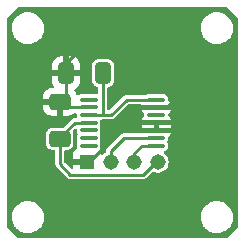
<source format=gbr>
%TF.GenerationSoftware,KiCad,Pcbnew,6.0.11-3.fc37*%
%TF.CreationDate,2023-04-24T22:35:32+02:00*%
%TF.ProjectId,crac_as5047,63726163-5f61-4733-9530-34372e6b6963,rev?*%
%TF.SameCoordinates,Original*%
%TF.FileFunction,Copper,L2,Bot*%
%TF.FilePolarity,Positive*%
%FSLAX46Y46*%
G04 Gerber Fmt 4.6, Leading zero omitted, Abs format (unit mm)*
G04 Created by KiCad (PCBNEW 6.0.11-3.fc37) date 2023-04-24 22:35:32*
%MOMM*%
%LPD*%
G01*
G04 APERTURE LIST*
G04 Aperture macros list*
%AMRoundRect*
0 Rectangle with rounded corners*
0 $1 Rounding radius*
0 $2 $3 $4 $5 $6 $7 $8 $9 X,Y pos of 4 corners*
0 Add a 4 corners polygon primitive as box body*
4,1,4,$2,$3,$4,$5,$6,$7,$8,$9,$2,$3,0*
0 Add four circle primitives for the rounded corners*
1,1,$1+$1,$2,$3*
1,1,$1+$1,$4,$5*
1,1,$1+$1,$6,$7*
1,1,$1+$1,$8,$9*
0 Add four rect primitives between the rounded corners*
20,1,$1+$1,$2,$3,$4,$5,0*
20,1,$1+$1,$4,$5,$6,$7,0*
20,1,$1+$1,$6,$7,$8,$9,0*
20,1,$1+$1,$8,$9,$2,$3,0*%
G04 Aperture macros list end*
%TA.AperFunction,ComponentPad*%
%ADD10C,1.308000*%
%TD*%
%TA.AperFunction,ComponentPad*%
%ADD11R,1.308000X1.308000*%
%TD*%
%TA.AperFunction,SMDPad,CuDef*%
%ADD12RoundRect,0.100000X0.637500X0.100000X-0.637500X0.100000X-0.637500X-0.100000X0.637500X-0.100000X0*%
%TD*%
%TA.AperFunction,SMDPad,CuDef*%
%ADD13RoundRect,0.250000X0.412500X0.650000X-0.412500X0.650000X-0.412500X-0.650000X0.412500X-0.650000X0*%
%TD*%
%TA.AperFunction,SMDPad,CuDef*%
%ADD14RoundRect,0.250000X0.650000X-0.412500X0.650000X0.412500X-0.650000X0.412500X-0.650000X-0.412500X0*%
%TD*%
%TA.AperFunction,Conductor*%
%ADD15C,0.250000*%
%TD*%
G04 APERTURE END LIST*
D10*
%TO.P,J1,4,NOIR*%
%TO.N,+5V*%
X153000000Y-93337500D03*
%TO.P,J1,3,ROUGE*%
%TO.N,/A*%
X151000000Y-93337500D03*
%TO.P,J1,2,BLANC*%
%TO.N,/B*%
X149000000Y-93337500D03*
D11*
%TO.P,J1,1,JAUNE*%
%TO.N,GND*%
X147000000Y-93337500D03*
%TD*%
D12*
%TO.P,U1,1,~{CS}*%
%TO.N,+3.3V*%
X152862500Y-88050000D03*
%TO.P,U1,2,CLK*%
%TO.N,GND*%
X152862500Y-88700000D03*
%TO.P,U1,3,MISO*%
%TO.N,unconnected-(U1-Pad3)*%
X152862500Y-89350000D03*
%TO.P,U1,4,MOSI*%
%TO.N,GND*%
X152862500Y-90000000D03*
%TO.P,U1,5,TST*%
X152862500Y-90650000D03*
%TO.P,U1,6,B*%
%TO.N,/B*%
X152862500Y-91300000D03*
%TO.P,U1,7,A*%
%TO.N,/A*%
X152862500Y-91950000D03*
%TO.P,U1,8,W/PWM*%
%TO.N,unconnected-(U1-Pad8)*%
X147137500Y-91950000D03*
%TO.P,U1,9,V*%
%TO.N,unconnected-(U1-Pad9)*%
X147137500Y-91300000D03*
%TO.P,U1,10,U*%
%TO.N,unconnected-(U1-Pad10)*%
X147137500Y-90650000D03*
%TO.P,U1,11,VDD*%
%TO.N,+5V*%
X147137500Y-90000000D03*
%TO.P,U1,12,VDD3V3*%
%TO.N,+3.3V*%
X147137500Y-89350000D03*
%TO.P,U1,13,GND*%
%TO.N,GND*%
X147137500Y-88700000D03*
%TO.P,U1,14,I/PWM*%
%TO.N,unconnected-(U1-Pad14)*%
X147137500Y-88050000D03*
%TD*%
D13*
%TO.P,C2,1*%
%TO.N,+3.3V*%
X148362500Y-85800000D03*
%TO.P,C2,2*%
%TO.N,GND*%
X145237500Y-85800000D03*
%TD*%
D14*
%TO.P,C1,1*%
%TO.N,+5V*%
X144700000Y-91362500D03*
%TO.P,C1,2*%
%TO.N,GND*%
X144700000Y-88237500D03*
%TD*%
D15*
%TO.N,GND*%
X145237500Y-85800000D02*
X145237500Y-84962500D01*
X145237500Y-84962500D02*
X146000000Y-84200000D01*
X146000000Y-84200000D02*
X151600000Y-84200000D01*
X153800000Y-88700000D02*
X152862500Y-88700000D01*
X151600000Y-84200000D02*
X154300000Y-86900000D01*
X154300000Y-86900000D02*
X154300000Y-88200000D01*
X154300000Y-88200000D02*
X153800000Y-88700000D01*
%TO.N,+5V*%
X153000000Y-93137500D02*
X151737500Y-94400000D01*
X151737500Y-94400000D02*
X145600000Y-94400000D01*
X145600000Y-94400000D02*
X144700000Y-93500000D01*
X144700000Y-93500000D02*
X144700000Y-91262500D01*
%TO.N,GND*%
X145237500Y-85800000D02*
X145237500Y-87600000D01*
X145237500Y-87600000D02*
X144700000Y-88137500D01*
%TO.N,+3.3V*%
X147137500Y-89350000D02*
X148350000Y-89350000D01*
X148350000Y-85812500D02*
X148350000Y-89350000D01*
X148350000Y-89350000D02*
X148450000Y-89350000D01*
X148362500Y-85800000D02*
X148350000Y-85812500D01*
X148450000Y-89350000D02*
X149050000Y-89350000D01*
%TO.N,GND*%
X147137500Y-88700000D02*
X145262500Y-88700000D01*
X145262500Y-88700000D02*
X144700000Y-88137500D01*
%TO.N,+5V*%
X147137500Y-90000000D02*
X145962500Y-90000000D01*
X145962500Y-90000000D02*
X144700000Y-91262500D01*
%TO.N,GND*%
X152862500Y-90650000D02*
X151150000Y-90650000D01*
X151700000Y-88700000D02*
X151150000Y-89250000D01*
X151150000Y-90650000D02*
X149846751Y-90650000D01*
X152862500Y-88700000D02*
X151700000Y-88700000D01*
X151150000Y-89250000D02*
X151150000Y-90650000D01*
X149846751Y-90650000D02*
X147359251Y-93137500D01*
X147359251Y-93137500D02*
X147000000Y-93137500D01*
%TO.N,/B*%
X152862500Y-91300000D02*
X150100000Y-91300000D01*
X150100000Y-91300000D02*
X149000000Y-92400000D01*
X149000000Y-92400000D02*
X149000000Y-93137500D01*
%TO.N,GND*%
X152862500Y-90650000D02*
X152862500Y-90000000D01*
%TO.N,+3.3V*%
X149050000Y-89350000D02*
X150350000Y-88050000D01*
X150350000Y-88050000D02*
X152862500Y-88050000D01*
%TO.N,/A*%
X151000000Y-93137500D02*
X151000000Y-92600000D01*
X151000000Y-92600000D02*
X151650000Y-91950000D01*
X151650000Y-91950000D02*
X152862500Y-91950000D01*
%TD*%
%TA.AperFunction,Conductor*%
%TO.N,GND*%
G36*
X158910512Y-80274502D02*
G01*
X158931486Y-80291404D01*
X159708595Y-81068512D01*
X159742620Y-81130825D01*
X159745500Y-81157608D01*
X159745500Y-98842392D01*
X159725498Y-98910513D01*
X159708595Y-98931488D01*
X158931486Y-99708596D01*
X158869174Y-99742621D01*
X158842391Y-99745500D01*
X141157608Y-99745500D01*
X141089487Y-99725498D01*
X141068512Y-99708595D01*
X140291404Y-98931486D01*
X140257379Y-98869174D01*
X140254500Y-98842391D01*
X140254500Y-97935964D01*
X140642112Y-97935964D01*
X140642312Y-97941292D01*
X140642312Y-97941294D01*
X140644464Y-97998599D01*
X140643705Y-97998628D01*
X140644034Y-98000016D01*
X140644340Y-97999989D01*
X140644374Y-98000377D01*
X140644465Y-98001838D01*
X140644523Y-98002085D01*
X140644648Y-98003507D01*
X140650736Y-98165669D01*
X140651831Y-98170888D01*
X140664628Y-98231879D01*
X140663861Y-98232040D01*
X140664841Y-98234316D01*
X140664937Y-98235408D01*
X140666361Y-98240722D01*
X140666464Y-98241307D01*
X140667635Y-98246210D01*
X140697939Y-98390637D01*
X140723365Y-98455021D01*
X140723975Y-98456566D01*
X140724724Y-98458541D01*
X140726097Y-98463663D01*
X140728422Y-98468649D01*
X140728423Y-98468651D01*
X140728947Y-98469775D01*
X140731934Y-98476717D01*
X140782372Y-98604436D01*
X140819273Y-98665246D01*
X140820811Y-98668126D01*
X140820890Y-98668080D01*
X140823639Y-98672841D01*
X140825965Y-98677829D01*
X140829122Y-98682337D01*
X140829124Y-98682341D01*
X140830674Y-98684555D01*
X140835181Y-98691462D01*
X140850279Y-98716342D01*
X140901621Y-98800952D01*
X140905116Y-98804979D01*
X140905117Y-98804981D01*
X140951993Y-98859000D01*
X140955555Y-98863563D01*
X140958346Y-98866888D01*
X140961505Y-98871401D01*
X140967791Y-98877687D01*
X140973861Y-98884201D01*
X140996694Y-98910513D01*
X141052276Y-98974566D01*
X141056407Y-98977953D01*
X141116309Y-99027070D01*
X141123574Y-99033652D01*
X141124706Y-99034602D01*
X141128599Y-99038495D01*
X141133103Y-99041649D01*
X141133108Y-99041653D01*
X141135936Y-99043633D01*
X141143554Y-99049410D01*
X141225901Y-99116931D01*
X141225907Y-99116935D01*
X141230029Y-99120315D01*
X141234668Y-99122955D01*
X141234667Y-99122955D01*
X141307355Y-99164331D01*
X141317296Y-99170622D01*
X141317660Y-99170877D01*
X141317667Y-99170881D01*
X141322171Y-99174035D01*
X141327155Y-99176359D01*
X141327160Y-99176362D01*
X141329875Y-99177628D01*
X141338952Y-99182318D01*
X141365945Y-99197683D01*
X141429798Y-99234030D01*
X141519498Y-99266590D01*
X141529753Y-99270833D01*
X141531348Y-99271577D01*
X141531350Y-99271578D01*
X141536337Y-99273903D01*
X141541653Y-99275327D01*
X141541655Y-99275328D01*
X141542719Y-99275613D01*
X141543702Y-99275876D01*
X141554081Y-99279143D01*
X141645871Y-99312461D01*
X141746443Y-99330648D01*
X141756616Y-99332926D01*
X141764592Y-99335063D01*
X141770990Y-99335623D01*
X141782412Y-99337152D01*
X141872069Y-99353364D01*
X141876208Y-99353559D01*
X141876215Y-99353560D01*
X141894670Y-99354430D01*
X141894677Y-99354430D01*
X141896158Y-99354500D01*
X142057712Y-99354500D01*
X142137444Y-99347735D01*
X142223733Y-99340413D01*
X142223737Y-99340412D01*
X142229044Y-99339962D01*
X142234199Y-99338624D01*
X142234205Y-99338623D01*
X142446368Y-99283556D01*
X142446367Y-99283556D01*
X142451539Y-99282214D01*
X142598412Y-99216052D01*
X142656262Y-99189993D01*
X142656265Y-99189992D01*
X142661123Y-99187803D01*
X142851803Y-99059430D01*
X142878826Y-99033652D01*
X143014271Y-98904443D01*
X143018128Y-98900764D01*
X143155342Y-98716342D01*
X143171504Y-98684555D01*
X143257102Y-98516194D01*
X143257102Y-98516193D01*
X143259520Y-98511438D01*
X143327685Y-98291911D01*
X143357888Y-98064036D01*
X143355536Y-98001401D01*
X143356295Y-98001372D01*
X143355966Y-97999984D01*
X143355660Y-98000011D01*
X143355626Y-97999623D01*
X143355535Y-97998162D01*
X143355477Y-97997915D01*
X143355352Y-97996493D01*
X143353080Y-97935964D01*
X156642112Y-97935964D01*
X156642312Y-97941292D01*
X156642312Y-97941294D01*
X156644464Y-97998599D01*
X156643705Y-97998628D01*
X156644034Y-98000016D01*
X156644340Y-97999989D01*
X156644374Y-98000377D01*
X156644465Y-98001838D01*
X156644523Y-98002085D01*
X156644648Y-98003507D01*
X156650736Y-98165669D01*
X156651831Y-98170888D01*
X156664628Y-98231879D01*
X156663861Y-98232040D01*
X156664841Y-98234316D01*
X156664937Y-98235408D01*
X156666361Y-98240722D01*
X156666464Y-98241307D01*
X156667635Y-98246210D01*
X156697939Y-98390637D01*
X156723365Y-98455021D01*
X156723975Y-98456566D01*
X156724724Y-98458541D01*
X156726097Y-98463663D01*
X156728422Y-98468649D01*
X156728423Y-98468651D01*
X156728947Y-98469775D01*
X156731934Y-98476717D01*
X156782372Y-98604436D01*
X156819273Y-98665246D01*
X156820811Y-98668126D01*
X156820890Y-98668080D01*
X156823639Y-98672841D01*
X156825965Y-98677829D01*
X156829122Y-98682337D01*
X156829124Y-98682341D01*
X156830674Y-98684555D01*
X156835181Y-98691462D01*
X156850279Y-98716342D01*
X156901621Y-98800952D01*
X156905116Y-98804979D01*
X156905117Y-98804981D01*
X156951993Y-98859000D01*
X156955555Y-98863563D01*
X156958346Y-98866888D01*
X156961505Y-98871401D01*
X156967791Y-98877687D01*
X156973861Y-98884201D01*
X156996694Y-98910513D01*
X157052276Y-98974566D01*
X157056407Y-98977953D01*
X157116309Y-99027070D01*
X157123574Y-99033652D01*
X157124706Y-99034602D01*
X157128599Y-99038495D01*
X157133103Y-99041649D01*
X157133108Y-99041653D01*
X157135936Y-99043633D01*
X157143554Y-99049410D01*
X157225901Y-99116931D01*
X157225907Y-99116935D01*
X157230029Y-99120315D01*
X157234668Y-99122955D01*
X157234667Y-99122955D01*
X157307355Y-99164331D01*
X157317296Y-99170622D01*
X157317660Y-99170877D01*
X157317667Y-99170881D01*
X157322171Y-99174035D01*
X157327155Y-99176359D01*
X157327160Y-99176362D01*
X157329875Y-99177628D01*
X157338952Y-99182318D01*
X157365945Y-99197683D01*
X157429798Y-99234030D01*
X157519498Y-99266590D01*
X157529753Y-99270833D01*
X157531348Y-99271577D01*
X157531350Y-99271578D01*
X157536337Y-99273903D01*
X157541653Y-99275327D01*
X157541655Y-99275328D01*
X157542719Y-99275613D01*
X157543702Y-99275876D01*
X157554081Y-99279143D01*
X157645871Y-99312461D01*
X157746443Y-99330648D01*
X157756616Y-99332926D01*
X157764592Y-99335063D01*
X157770990Y-99335623D01*
X157782412Y-99337152D01*
X157872069Y-99353364D01*
X157876208Y-99353559D01*
X157876215Y-99353560D01*
X157894670Y-99354430D01*
X157894677Y-99354430D01*
X157896158Y-99354500D01*
X158057712Y-99354500D01*
X158137444Y-99347735D01*
X158223733Y-99340413D01*
X158223737Y-99340412D01*
X158229044Y-99339962D01*
X158234199Y-99338624D01*
X158234205Y-99338623D01*
X158446368Y-99283556D01*
X158446367Y-99283556D01*
X158451539Y-99282214D01*
X158598412Y-99216052D01*
X158656262Y-99189993D01*
X158656265Y-99189992D01*
X158661123Y-99187803D01*
X158851803Y-99059430D01*
X158878826Y-99033652D01*
X159014271Y-98904443D01*
X159018128Y-98900764D01*
X159155342Y-98716342D01*
X159171504Y-98684555D01*
X159257102Y-98516194D01*
X159257102Y-98516193D01*
X159259520Y-98511438D01*
X159327685Y-98291911D01*
X159357888Y-98064036D01*
X159355536Y-98001401D01*
X159356295Y-98001372D01*
X159355966Y-97999984D01*
X159355660Y-98000011D01*
X159355626Y-97999623D01*
X159355535Y-97998162D01*
X159355477Y-97997915D01*
X159355352Y-97996493D01*
X159349264Y-97834331D01*
X159335372Y-97768121D01*
X159336139Y-97767960D01*
X159335159Y-97765684D01*
X159335063Y-97764592D01*
X159333639Y-97759278D01*
X159333536Y-97758693D01*
X159332362Y-97753778D01*
X159323886Y-97713378D01*
X159302061Y-97609363D01*
X159276025Y-97543434D01*
X159275276Y-97541459D01*
X159273903Y-97536337D01*
X159271053Y-97530225D01*
X159268066Y-97523283D01*
X159217628Y-97395564D01*
X159180727Y-97334754D01*
X159179189Y-97331874D01*
X159179110Y-97331920D01*
X159176361Y-97327159D01*
X159174035Y-97322171D01*
X159170876Y-97317659D01*
X159169326Y-97315445D01*
X159164819Y-97308538D01*
X159101147Y-97203609D01*
X159101145Y-97203606D01*
X159098379Y-97199048D01*
X159048007Y-97141000D01*
X159044445Y-97136437D01*
X159041652Y-97133108D01*
X159038495Y-97128599D01*
X159034604Y-97124708D01*
X159034599Y-97124702D01*
X159032209Y-97122313D01*
X159026139Y-97115799D01*
X158951224Y-97029467D01*
X158951222Y-97029465D01*
X158947724Y-97025434D01*
X158883692Y-96972930D01*
X158876426Y-96966348D01*
X158875294Y-96965398D01*
X158871401Y-96961505D01*
X158866897Y-96958351D01*
X158866892Y-96958347D01*
X158864064Y-96956367D01*
X158856446Y-96950590D01*
X158774099Y-96883069D01*
X158774093Y-96883065D01*
X158769971Y-96879685D01*
X158692645Y-96835669D01*
X158682704Y-96829378D01*
X158682340Y-96829123D01*
X158682333Y-96829119D01*
X158677829Y-96825965D01*
X158672845Y-96823641D01*
X158672840Y-96823638D01*
X158670125Y-96822372D01*
X158661048Y-96817682D01*
X158616939Y-96792574D01*
X158570202Y-96765970D01*
X158480502Y-96733410D01*
X158470247Y-96729167D01*
X158468652Y-96728423D01*
X158468650Y-96728422D01*
X158463663Y-96726097D01*
X158458347Y-96724673D01*
X158458345Y-96724672D01*
X158457281Y-96724387D01*
X158456298Y-96724124D01*
X158445919Y-96720857D01*
X158354129Y-96687539D01*
X158253557Y-96669352D01*
X158243384Y-96667074D01*
X158235408Y-96664937D01*
X158229010Y-96664377D01*
X158217588Y-96662848D01*
X158127931Y-96646636D01*
X158123792Y-96646441D01*
X158123785Y-96646440D01*
X158105330Y-96645570D01*
X158105323Y-96645570D01*
X158103842Y-96645500D01*
X157942288Y-96645500D01*
X157862556Y-96652265D01*
X157776267Y-96659587D01*
X157776263Y-96659588D01*
X157770956Y-96660038D01*
X157765801Y-96661376D01*
X157765795Y-96661377D01*
X157593058Y-96706211D01*
X157548461Y-96717786D01*
X157441497Y-96765970D01*
X157343738Y-96810007D01*
X157343735Y-96810008D01*
X157338877Y-96812197D01*
X157148197Y-96940570D01*
X157144340Y-96944249D01*
X157144338Y-96944251D01*
X157118404Y-96968991D01*
X156981872Y-97099236D01*
X156844658Y-97283658D01*
X156842242Y-97288409D01*
X156842240Y-97288413D01*
X156742898Y-97483806D01*
X156740480Y-97488562D01*
X156672315Y-97708089D01*
X156642112Y-97935964D01*
X143353080Y-97935964D01*
X143349264Y-97834331D01*
X143335372Y-97768121D01*
X143336139Y-97767960D01*
X143335159Y-97765684D01*
X143335063Y-97764592D01*
X143333639Y-97759278D01*
X143333536Y-97758693D01*
X143332362Y-97753778D01*
X143323886Y-97713378D01*
X143302061Y-97609363D01*
X143276025Y-97543434D01*
X143275276Y-97541459D01*
X143273903Y-97536337D01*
X143271053Y-97530225D01*
X143268066Y-97523283D01*
X143217628Y-97395564D01*
X143180727Y-97334754D01*
X143179189Y-97331874D01*
X143179110Y-97331920D01*
X143176361Y-97327159D01*
X143174035Y-97322171D01*
X143170876Y-97317659D01*
X143169326Y-97315445D01*
X143164819Y-97308538D01*
X143101147Y-97203609D01*
X143101145Y-97203606D01*
X143098379Y-97199048D01*
X143048007Y-97141000D01*
X143044445Y-97136437D01*
X143041652Y-97133108D01*
X143038495Y-97128599D01*
X143034604Y-97124708D01*
X143034599Y-97124702D01*
X143032209Y-97122313D01*
X143026139Y-97115799D01*
X142951224Y-97029467D01*
X142951222Y-97029465D01*
X142947724Y-97025434D01*
X142883692Y-96972930D01*
X142876426Y-96966348D01*
X142875294Y-96965398D01*
X142871401Y-96961505D01*
X142866897Y-96958351D01*
X142866892Y-96958347D01*
X142864064Y-96956367D01*
X142856446Y-96950590D01*
X142774099Y-96883069D01*
X142774093Y-96883065D01*
X142769971Y-96879685D01*
X142692645Y-96835669D01*
X142682704Y-96829378D01*
X142682340Y-96829123D01*
X142682333Y-96829119D01*
X142677829Y-96825965D01*
X142672845Y-96823641D01*
X142672840Y-96823638D01*
X142670125Y-96822372D01*
X142661048Y-96817682D01*
X142616939Y-96792574D01*
X142570202Y-96765970D01*
X142480502Y-96733410D01*
X142470247Y-96729167D01*
X142468652Y-96728423D01*
X142468650Y-96728422D01*
X142463663Y-96726097D01*
X142458347Y-96724673D01*
X142458345Y-96724672D01*
X142457281Y-96724387D01*
X142456298Y-96724124D01*
X142445919Y-96720857D01*
X142354129Y-96687539D01*
X142253557Y-96669352D01*
X142243384Y-96667074D01*
X142235408Y-96664937D01*
X142229010Y-96664377D01*
X142217588Y-96662848D01*
X142127931Y-96646636D01*
X142123792Y-96646441D01*
X142123785Y-96646440D01*
X142105330Y-96645570D01*
X142105323Y-96645570D01*
X142103842Y-96645500D01*
X141942288Y-96645500D01*
X141862556Y-96652265D01*
X141776267Y-96659587D01*
X141776263Y-96659588D01*
X141770956Y-96660038D01*
X141765801Y-96661376D01*
X141765795Y-96661377D01*
X141593058Y-96706211D01*
X141548461Y-96717786D01*
X141441497Y-96765970D01*
X141343738Y-96810007D01*
X141343735Y-96810008D01*
X141338877Y-96812197D01*
X141148197Y-96940570D01*
X141144340Y-96944249D01*
X141144338Y-96944251D01*
X141118404Y-96968991D01*
X140981872Y-97099236D01*
X140844658Y-97283658D01*
X140842242Y-97288409D01*
X140842240Y-97288413D01*
X140742898Y-97483806D01*
X140740480Y-97488562D01*
X140672315Y-97708089D01*
X140642112Y-97935964D01*
X140254500Y-97935964D01*
X140254500Y-88697095D01*
X143292001Y-88697095D01*
X143292338Y-88703614D01*
X143302257Y-88799206D01*
X143305149Y-88812600D01*
X143356588Y-88966784D01*
X143362761Y-88979962D01*
X143448063Y-89117807D01*
X143457099Y-89129208D01*
X143571829Y-89243739D01*
X143583240Y-89252751D01*
X143721243Y-89337816D01*
X143734424Y-89343963D01*
X143888710Y-89395138D01*
X143902086Y-89398005D01*
X143996438Y-89407672D01*
X144002854Y-89408000D01*
X144427885Y-89408000D01*
X144443124Y-89403525D01*
X144444329Y-89402135D01*
X144446000Y-89394452D01*
X144446000Y-88509615D01*
X144441525Y-88494376D01*
X144440135Y-88493171D01*
X144432452Y-88491500D01*
X143310116Y-88491500D01*
X143294877Y-88495975D01*
X143293672Y-88497365D01*
X143292001Y-88505048D01*
X143292001Y-88697095D01*
X140254500Y-88697095D01*
X140254500Y-87965385D01*
X143292000Y-87965385D01*
X143296475Y-87980624D01*
X143297865Y-87981829D01*
X143305548Y-87983500D01*
X144828000Y-87983500D01*
X144896121Y-88003502D01*
X144942614Y-88057158D01*
X144954000Y-88109500D01*
X144954000Y-89389884D01*
X144958475Y-89405123D01*
X144959865Y-89406328D01*
X144967548Y-89407999D01*
X145397095Y-89407999D01*
X145403614Y-89407662D01*
X145499206Y-89397743D01*
X145512600Y-89394851D01*
X145666784Y-89343412D01*
X145679962Y-89337239D01*
X145817807Y-89251937D01*
X145829209Y-89242901D01*
X145865728Y-89206318D01*
X145928011Y-89172240D01*
X145998831Y-89177243D01*
X146054861Y-89218631D01*
X146061346Y-89227082D01*
X146072917Y-89238653D01*
X146096205Y-89256523D01*
X146138072Y-89313862D01*
X146145500Y-89356485D01*
X146145500Y-89483602D01*
X146145836Y-89485883D01*
X146130988Y-89554698D01*
X146080871Y-89604985D01*
X146020298Y-89620500D01*
X146016425Y-89620500D01*
X145992467Y-89617950D01*
X145990808Y-89617872D01*
X145980624Y-89615679D01*
X145970282Y-89616903D01*
X145970279Y-89616903D01*
X145947279Y-89619626D01*
X145941348Y-89619976D01*
X145941356Y-89620072D01*
X145936180Y-89620500D01*
X145930976Y-89620500D01*
X145911912Y-89623673D01*
X145906066Y-89624504D01*
X145894617Y-89625859D01*
X145855159Y-89630530D01*
X145846907Y-89634493D01*
X145837874Y-89635996D01*
X145828705Y-89640943D01*
X145828703Y-89640944D01*
X145792768Y-89660334D01*
X145787476Y-89663031D01*
X145741268Y-89685219D01*
X145736993Y-89688813D01*
X145735068Y-89690738D01*
X145733138Y-89692509D01*
X145733053Y-89692555D01*
X145732941Y-89692432D01*
X145732406Y-89692904D01*
X145726686Y-89695990D01*
X145719619Y-89703635D01*
X145690084Y-89735586D01*
X145686654Y-89739152D01*
X145017211Y-90408595D01*
X144954899Y-90442621D01*
X144928116Y-90445500D01*
X144002244Y-90445500D01*
X143998848Y-90445869D01*
X143998847Y-90445869D01*
X143948403Y-90451349D01*
X143948402Y-90451349D01*
X143940552Y-90452202D01*
X143933159Y-90454974D01*
X143933157Y-90454974D01*
X143929332Y-90456408D01*
X143805236Y-90502929D01*
X143798057Y-90508309D01*
X143798054Y-90508311D01*
X143717359Y-90568789D01*
X143689596Y-90589596D01*
X143684215Y-90596776D01*
X143608311Y-90698054D01*
X143608309Y-90698057D01*
X143602929Y-90705236D01*
X143552202Y-90840552D01*
X143551349Y-90848402D01*
X143551349Y-90848403D01*
X143551319Y-90848680D01*
X143545500Y-90902244D01*
X143545500Y-91822756D01*
X143552202Y-91884448D01*
X143602929Y-92019764D01*
X143608309Y-92026943D01*
X143608311Y-92026946D01*
X143647345Y-92079029D01*
X143689596Y-92135404D01*
X143696776Y-92140785D01*
X143798054Y-92216689D01*
X143798057Y-92216691D01*
X143805236Y-92222071D01*
X143854970Y-92240715D01*
X143933157Y-92270026D01*
X143933159Y-92270026D01*
X143940552Y-92272798D01*
X143948402Y-92273651D01*
X143948403Y-92273651D01*
X143998847Y-92279131D01*
X144002244Y-92279500D01*
X144194500Y-92279500D01*
X144262621Y-92299502D01*
X144309114Y-92353158D01*
X144320500Y-92405500D01*
X144320500Y-93446080D01*
X144317951Y-93470028D01*
X144317872Y-93471693D01*
X144315680Y-93481876D01*
X144316904Y-93492217D01*
X144319627Y-93515223D01*
X144319977Y-93521154D01*
X144320072Y-93521146D01*
X144320500Y-93526324D01*
X144320500Y-93531524D01*
X144321354Y-93536653D01*
X144321354Y-93536656D01*
X144323669Y-93550565D01*
X144324506Y-93556443D01*
X144327308Y-93580114D01*
X144330530Y-93607341D01*
X144334493Y-93615593D01*
X144335996Y-93624626D01*
X144340943Y-93633795D01*
X144340944Y-93633797D01*
X144360334Y-93669732D01*
X144363031Y-93675025D01*
X144381785Y-93714082D01*
X144381788Y-93714086D01*
X144385219Y-93721232D01*
X144388814Y-93725508D01*
X144390737Y-93727431D01*
X144392509Y-93729363D01*
X144392552Y-93729442D01*
X144392428Y-93729555D01*
X144392904Y-93730095D01*
X144395990Y-93735814D01*
X144403635Y-93742881D01*
X144435586Y-93772416D01*
X144439152Y-93775846D01*
X145293522Y-94630216D01*
X145308664Y-94648964D01*
X145309779Y-94650189D01*
X145315429Y-94658940D01*
X145323607Y-94665387D01*
X145323609Y-94665389D01*
X145341800Y-94679729D01*
X145346244Y-94683678D01*
X145346306Y-94683604D01*
X145350263Y-94686957D01*
X145353944Y-94690638D01*
X145369654Y-94701865D01*
X145374380Y-94705413D01*
X145414647Y-94737156D01*
X145423284Y-94740189D01*
X145430734Y-94745513D01*
X145440710Y-94748497D01*
X145440711Y-94748497D01*
X145456046Y-94753083D01*
X145479849Y-94760202D01*
X145485486Y-94762034D01*
X145526199Y-94776331D01*
X145533851Y-94779018D01*
X145539416Y-94779500D01*
X145542124Y-94779500D01*
X145544758Y-94779614D01*
X145544856Y-94779643D01*
X145544849Y-94779807D01*
X145545553Y-94779851D01*
X145551778Y-94781713D01*
X145605635Y-94779597D01*
X145610582Y-94779500D01*
X151683580Y-94779500D01*
X151707528Y-94782049D01*
X151709193Y-94782128D01*
X151719376Y-94784320D01*
X151729717Y-94783096D01*
X151752723Y-94780373D01*
X151758654Y-94780023D01*
X151758646Y-94779928D01*
X151763824Y-94779500D01*
X151769024Y-94779500D01*
X151774153Y-94778646D01*
X151774156Y-94778646D01*
X151788065Y-94776331D01*
X151793943Y-94775494D01*
X151834501Y-94770694D01*
X151834502Y-94770694D01*
X151844841Y-94769470D01*
X151853093Y-94765507D01*
X151862126Y-94764004D01*
X151871295Y-94759057D01*
X151871297Y-94759056D01*
X151907232Y-94739666D01*
X151912525Y-94736969D01*
X151951582Y-94718215D01*
X151951586Y-94718212D01*
X151958732Y-94714781D01*
X151963008Y-94711186D01*
X151964931Y-94709263D01*
X151966863Y-94707491D01*
X151966942Y-94707448D01*
X151967055Y-94707572D01*
X151967595Y-94707096D01*
X151973314Y-94704010D01*
X152009917Y-94664413D01*
X152013346Y-94660848D01*
X152483625Y-94190569D01*
X152545937Y-94156543D01*
X152616752Y-94161608D01*
X152623969Y-94164557D01*
X152717712Y-94206294D01*
X152811113Y-94226147D01*
X152898056Y-94244628D01*
X152898061Y-94244628D01*
X152904513Y-94246000D01*
X153095487Y-94246000D01*
X153101939Y-94244628D01*
X153101944Y-94244628D01*
X153188887Y-94226147D01*
X153282288Y-94206294D01*
X153288319Y-94203609D01*
X153450722Y-94131303D01*
X153450724Y-94131302D01*
X153456752Y-94128618D01*
X153611253Y-94016366D01*
X153715584Y-93900495D01*
X153734621Y-93879352D01*
X153734622Y-93879351D01*
X153739040Y-93874444D01*
X153824623Y-93726210D01*
X153831223Y-93714779D01*
X153831224Y-93714778D01*
X153834527Y-93709056D01*
X153893542Y-93527428D01*
X153897008Y-93494456D01*
X153912814Y-93344065D01*
X153913504Y-93337500D01*
X153898280Y-93192651D01*
X153894232Y-93154135D01*
X153894232Y-93154133D01*
X153893542Y-93147572D01*
X153834527Y-92965944D01*
X153739040Y-92800556D01*
X153611253Y-92658634D01*
X153583993Y-92638828D01*
X153555735Y-92618298D01*
X153512381Y-92562076D01*
X153506306Y-92491340D01*
X153539437Y-92428548D01*
X153592404Y-92396038D01*
X153593592Y-92395669D01*
X153603278Y-92394243D01*
X153676754Y-92358168D01*
X153699868Y-92346820D01*
X153699870Y-92346819D01*
X153709216Y-92342230D01*
X153792595Y-92258706D01*
X153805658Y-92231983D01*
X153840127Y-92161465D01*
X153844423Y-92152677D01*
X153853053Y-92093522D01*
X153853840Y-92088128D01*
X153853840Y-92088124D01*
X153854500Y-92083602D01*
X153854500Y-91816398D01*
X153845757Y-91757003D01*
X153845669Y-91756408D01*
X153845669Y-91756407D01*
X153844243Y-91746722D01*
X153839926Y-91737929D01*
X153811760Y-91680560D01*
X153799692Y-91610597D01*
X153811663Y-91569697D01*
X153840127Y-91511465D01*
X153844423Y-91502677D01*
X153854500Y-91433602D01*
X153854500Y-91306485D01*
X153874502Y-91238364D01*
X153903795Y-91206523D01*
X153927083Y-91188653D01*
X153938656Y-91177080D01*
X154026059Y-91063176D01*
X154034247Y-91048993D01*
X154089189Y-90916351D01*
X154093428Y-90900531D01*
X154097716Y-90867960D01*
X154095505Y-90853778D01*
X154082348Y-90850000D01*
X153573589Y-90850000D01*
X153555400Y-90848680D01*
X153538128Y-90846160D01*
X153538124Y-90846160D01*
X153533602Y-90845500D01*
X152191398Y-90845500D01*
X152186849Y-90846170D01*
X152186844Y-90846170D01*
X152169952Y-90848657D01*
X152151602Y-90850000D01*
X151643035Y-90850000D01*
X151627796Y-90854475D01*
X151608266Y-90877013D01*
X151548540Y-90915396D01*
X151513042Y-90920500D01*
X150153920Y-90920500D01*
X150129972Y-90917951D01*
X150128307Y-90917872D01*
X150118124Y-90915680D01*
X150107783Y-90916904D01*
X150084777Y-90919627D01*
X150078846Y-90919977D01*
X150078854Y-90920072D01*
X150073676Y-90920500D01*
X150068476Y-90920500D01*
X150063347Y-90921354D01*
X150063344Y-90921354D01*
X150049435Y-90923669D01*
X150043557Y-90924506D01*
X150002999Y-90929306D01*
X150002998Y-90929306D01*
X149992659Y-90930530D01*
X149984407Y-90934493D01*
X149975374Y-90935996D01*
X149966205Y-90940943D01*
X149966203Y-90940944D01*
X149930268Y-90960334D01*
X149924975Y-90963031D01*
X149885918Y-90981785D01*
X149885914Y-90981788D01*
X149878768Y-90985219D01*
X149874492Y-90988814D01*
X149872569Y-90990737D01*
X149870637Y-90992509D01*
X149870558Y-90992552D01*
X149870445Y-90992428D01*
X149869905Y-90992904D01*
X149864186Y-90995990D01*
X149857119Y-91003635D01*
X149827584Y-91035586D01*
X149824154Y-91039152D01*
X148769784Y-92093522D01*
X148751036Y-92108664D01*
X148749811Y-92109779D01*
X148741060Y-92115429D01*
X148734613Y-92123607D01*
X148734611Y-92123609D01*
X148720271Y-92141800D01*
X148716325Y-92146241D01*
X148716398Y-92146303D01*
X148713039Y-92150267D01*
X148709362Y-92153944D01*
X148698108Y-92169692D01*
X148694602Y-92174362D01*
X148662844Y-92214647D01*
X148659812Y-92223281D01*
X148654486Y-92230734D01*
X148651501Y-92240715D01*
X148639799Y-92279844D01*
X148637964Y-92285492D01*
X148633044Y-92299502D01*
X148620982Y-92333851D01*
X148620500Y-92339416D01*
X148620500Y-92342124D01*
X148620386Y-92344758D01*
X148620357Y-92344856D01*
X148620193Y-92344849D01*
X148620149Y-92345553D01*
X148618287Y-92351778D01*
X148620018Y-92395835D01*
X148620403Y-92405635D01*
X148620500Y-92410582D01*
X148620500Y-92430161D01*
X148600498Y-92498282D01*
X148553820Y-92538347D01*
X148555001Y-92540393D01*
X148549278Y-92543697D01*
X148543248Y-92546382D01*
X148537907Y-92550262D01*
X148537906Y-92550263D01*
X148487843Y-92586636D01*
X148388747Y-92658634D01*
X148377139Y-92671526D01*
X148316696Y-92708764D01*
X148245712Y-92707413D01*
X148186728Y-92667899D01*
X148158242Y-92600821D01*
X148156105Y-92581147D01*
X148152479Y-92565896D01*
X148107324Y-92445446D01*
X148098789Y-92429856D01*
X148074435Y-92397361D01*
X148049588Y-92330854D01*
X148064587Y-92261719D01*
X148067595Y-92258706D01*
X148119423Y-92152677D01*
X148128053Y-92093522D01*
X148128840Y-92088128D01*
X148128840Y-92088124D01*
X148129500Y-92083602D01*
X148129500Y-91816398D01*
X148120757Y-91757003D01*
X148120669Y-91756408D01*
X148120669Y-91756407D01*
X148119243Y-91746722D01*
X148114926Y-91737929D01*
X148086760Y-91680560D01*
X148074692Y-91610597D01*
X148086663Y-91569697D01*
X148115127Y-91511465D01*
X148119423Y-91502677D01*
X148129500Y-91433602D01*
X148129500Y-91166398D01*
X148120757Y-91107003D01*
X148120669Y-91106408D01*
X148120669Y-91106407D01*
X148119243Y-91096722D01*
X148102773Y-91063176D01*
X148086760Y-91030560D01*
X148074692Y-90960597D01*
X148086663Y-90919697D01*
X148095194Y-90902244D01*
X148119423Y-90852677D01*
X148129500Y-90783602D01*
X148129500Y-90516398D01*
X148119243Y-90446722D01*
X148112220Y-90432417D01*
X148086760Y-90380560D01*
X148074692Y-90310597D01*
X148086663Y-90269697D01*
X148088519Y-90265899D01*
X148112137Y-90217583D01*
X151627235Y-90217583D01*
X151631572Y-90250533D01*
X151635809Y-90266345D01*
X151640131Y-90276779D01*
X151647722Y-90347369D01*
X151640131Y-90373221D01*
X151635810Y-90383652D01*
X151631572Y-90399469D01*
X151627284Y-90432040D01*
X151629495Y-90446222D01*
X151642652Y-90450000D01*
X152644385Y-90450000D01*
X152659624Y-90445525D01*
X152660829Y-90444135D01*
X152662500Y-90436452D01*
X152662500Y-90431885D01*
X153062500Y-90431885D01*
X153066975Y-90447124D01*
X153068365Y-90448329D01*
X153076048Y-90450000D01*
X154081965Y-90450000D01*
X154095736Y-90445956D01*
X154097765Y-90432417D01*
X154093428Y-90399467D01*
X154089191Y-90383655D01*
X154084869Y-90373221D01*
X154077278Y-90302631D01*
X154084869Y-90276779D01*
X154089190Y-90266348D01*
X154093428Y-90250531D01*
X154097716Y-90217960D01*
X154095505Y-90203778D01*
X154082348Y-90200000D01*
X153080615Y-90200000D01*
X153065376Y-90204475D01*
X153064171Y-90205865D01*
X153062500Y-90213548D01*
X153062500Y-90431885D01*
X152662500Y-90431885D01*
X152662500Y-90218115D01*
X152658025Y-90202876D01*
X152656635Y-90201671D01*
X152648952Y-90200000D01*
X151643035Y-90200000D01*
X151629264Y-90204044D01*
X151627235Y-90217583D01*
X148112137Y-90217583D01*
X148119423Y-90202677D01*
X148129500Y-90133602D01*
X148129500Y-89866398D01*
X148129164Y-89864117D01*
X148144012Y-89795302D01*
X148194129Y-89745015D01*
X148254702Y-89729500D01*
X148327854Y-89729500D01*
X148338727Y-89729970D01*
X148380187Y-89733561D01*
X148390295Y-89731050D01*
X148400678Y-89730233D01*
X148400728Y-89730873D01*
X148411952Y-89729500D01*
X148996080Y-89729500D01*
X149020028Y-89732049D01*
X149021693Y-89732128D01*
X149031876Y-89734320D01*
X149042217Y-89733096D01*
X149065223Y-89730373D01*
X149071154Y-89730023D01*
X149071146Y-89729928D01*
X149076324Y-89729500D01*
X149081524Y-89729500D01*
X149086653Y-89728646D01*
X149086656Y-89728646D01*
X149100565Y-89726331D01*
X149106443Y-89725494D01*
X149147001Y-89720694D01*
X149147002Y-89720694D01*
X149157341Y-89719470D01*
X149165593Y-89715507D01*
X149174626Y-89714004D01*
X149183795Y-89709057D01*
X149183797Y-89709056D01*
X149219732Y-89689666D01*
X149225025Y-89686969D01*
X149264082Y-89668215D01*
X149264086Y-89668212D01*
X149271232Y-89664781D01*
X149275508Y-89661186D01*
X149277431Y-89659263D01*
X149279363Y-89657491D01*
X149279442Y-89657448D01*
X149279555Y-89657572D01*
X149280095Y-89657096D01*
X149285814Y-89654010D01*
X149322417Y-89614413D01*
X149325846Y-89610848D01*
X150019111Y-88917583D01*
X151627235Y-88917583D01*
X151631572Y-88950533D01*
X151635810Y-88966348D01*
X151690753Y-89098993D01*
X151698941Y-89113176D01*
X151786344Y-89227080D01*
X151797917Y-89238653D01*
X151812754Y-89250038D01*
X151854621Y-89307376D01*
X151858842Y-89378247D01*
X151824077Y-89440150D01*
X151812754Y-89449962D01*
X151797917Y-89461347D01*
X151786344Y-89472920D01*
X151698941Y-89586824D01*
X151690753Y-89601007D01*
X151635811Y-89733649D01*
X151631572Y-89749469D01*
X151627284Y-89782040D01*
X151629495Y-89796222D01*
X151642652Y-89800000D01*
X152151411Y-89800000D01*
X152169600Y-89801320D01*
X152186872Y-89803840D01*
X152186876Y-89803840D01*
X152191398Y-89804500D01*
X153533602Y-89804500D01*
X153538151Y-89803830D01*
X153538156Y-89803830D01*
X153555048Y-89801343D01*
X153573398Y-89800000D01*
X154081965Y-89800000D01*
X154095736Y-89795956D01*
X154097765Y-89782417D01*
X154093428Y-89749467D01*
X154089190Y-89733652D01*
X154034247Y-89601007D01*
X154026059Y-89586824D01*
X153938656Y-89472920D01*
X153927083Y-89461347D01*
X153912246Y-89449962D01*
X153870379Y-89392624D01*
X153866158Y-89321753D01*
X153900923Y-89259850D01*
X153912246Y-89250038D01*
X153927083Y-89238653D01*
X153938656Y-89227080D01*
X154026059Y-89113176D01*
X154034247Y-89098993D01*
X154089189Y-88966351D01*
X154093428Y-88950531D01*
X154097716Y-88917960D01*
X154095505Y-88903778D01*
X154082348Y-88900000D01*
X153573589Y-88900000D01*
X153555400Y-88898680D01*
X153538128Y-88896160D01*
X153538124Y-88896160D01*
X153533602Y-88895500D01*
X152191398Y-88895500D01*
X152186849Y-88896170D01*
X152186844Y-88896170D01*
X152169952Y-88898657D01*
X152151602Y-88900000D01*
X151643035Y-88900000D01*
X151629264Y-88904044D01*
X151627235Y-88917583D01*
X150019111Y-88917583D01*
X150470289Y-88466405D01*
X150532601Y-88432379D01*
X150559384Y-88429500D01*
X151512532Y-88429500D01*
X151580653Y-88449502D01*
X151606768Y-88471861D01*
X151628011Y-88495796D01*
X151642652Y-88500000D01*
X152151411Y-88500000D01*
X152169600Y-88501320D01*
X152186872Y-88503840D01*
X152186876Y-88503840D01*
X152191398Y-88504500D01*
X153533602Y-88504500D01*
X153538151Y-88503830D01*
X153538156Y-88503830D01*
X153555048Y-88501343D01*
X153573398Y-88500000D01*
X154081965Y-88500000D01*
X154095736Y-88495956D01*
X154097765Y-88482417D01*
X154093428Y-88449467D01*
X154089190Y-88433652D01*
X154034247Y-88301007D01*
X154026059Y-88286824D01*
X153938656Y-88172920D01*
X153927083Y-88161347D01*
X153903795Y-88143477D01*
X153861928Y-88086138D01*
X153854500Y-88043515D01*
X153854500Y-87916398D01*
X153844243Y-87846722D01*
X153810431Y-87777855D01*
X153796820Y-87750132D01*
X153796819Y-87750130D01*
X153792230Y-87740784D01*
X153708706Y-87657405D01*
X153695501Y-87650950D01*
X153666036Y-87636547D01*
X153602677Y-87605577D01*
X153572355Y-87601153D01*
X153538128Y-87596160D01*
X153538124Y-87596160D01*
X153533602Y-87595500D01*
X152191398Y-87595500D01*
X152186848Y-87596170D01*
X152186845Y-87596170D01*
X152131408Y-87604331D01*
X152131407Y-87604331D01*
X152121722Y-87605757D01*
X152107960Y-87612514D01*
X152016124Y-87657603D01*
X151960593Y-87670500D01*
X150403925Y-87670500D01*
X150379967Y-87667950D01*
X150378308Y-87667872D01*
X150368124Y-87665679D01*
X150357782Y-87666903D01*
X150357779Y-87666903D01*
X150334779Y-87669626D01*
X150328848Y-87669976D01*
X150328856Y-87670072D01*
X150323680Y-87670500D01*
X150318476Y-87670500D01*
X150299412Y-87673673D01*
X150293566Y-87674504D01*
X150282117Y-87675859D01*
X150242659Y-87680530D01*
X150234407Y-87684493D01*
X150225374Y-87685996D01*
X150216205Y-87690943D01*
X150216203Y-87690944D01*
X150180268Y-87710334D01*
X150174976Y-87713031D01*
X150128768Y-87735219D01*
X150124493Y-87738813D01*
X150122568Y-87740738D01*
X150120638Y-87742509D01*
X150120553Y-87742555D01*
X150120441Y-87742432D01*
X150119906Y-87742904D01*
X150114186Y-87745990D01*
X150107119Y-87753635D01*
X150077584Y-87785586D01*
X150074154Y-87789152D01*
X148944595Y-88918711D01*
X148882283Y-88952737D01*
X148811468Y-88947672D01*
X148754632Y-88905125D01*
X148729821Y-88838605D01*
X148729500Y-88829616D01*
X148729500Y-87077684D01*
X148749502Y-87009563D01*
X148803158Y-86963070D01*
X148841891Y-86952421D01*
X148855586Y-86950933D01*
X148876598Y-86948651D01*
X148876600Y-86948651D01*
X148884448Y-86947798D01*
X148891841Y-86945026D01*
X148891843Y-86945026D01*
X148936804Y-86928171D01*
X149019764Y-86897071D01*
X149026943Y-86891691D01*
X149026946Y-86891689D01*
X149128224Y-86815785D01*
X149135404Y-86810404D01*
X149169001Y-86765576D01*
X149216689Y-86701946D01*
X149216691Y-86701943D01*
X149222071Y-86694764D01*
X149272798Y-86559448D01*
X149279500Y-86497756D01*
X149279500Y-85102244D01*
X149272798Y-85040552D01*
X149222071Y-84905236D01*
X149216691Y-84898057D01*
X149216689Y-84898054D01*
X149140785Y-84796776D01*
X149135404Y-84789596D01*
X149114977Y-84774287D01*
X149026946Y-84708311D01*
X149026943Y-84708309D01*
X149019764Y-84702929D01*
X148930046Y-84669296D01*
X148891843Y-84654974D01*
X148891841Y-84654974D01*
X148884448Y-84652202D01*
X148876598Y-84651349D01*
X148876597Y-84651349D01*
X148826153Y-84645869D01*
X148826152Y-84645869D01*
X148822756Y-84645500D01*
X147902244Y-84645500D01*
X147898848Y-84645869D01*
X147898847Y-84645869D01*
X147848403Y-84651349D01*
X147848402Y-84651349D01*
X147840552Y-84652202D01*
X147833159Y-84654974D01*
X147833157Y-84654974D01*
X147794954Y-84669296D01*
X147705236Y-84702929D01*
X147698057Y-84708309D01*
X147698054Y-84708311D01*
X147610023Y-84774287D01*
X147589596Y-84789596D01*
X147584215Y-84796776D01*
X147508311Y-84898054D01*
X147508309Y-84898057D01*
X147502929Y-84905236D01*
X147452202Y-85040552D01*
X147445500Y-85102244D01*
X147445500Y-86497756D01*
X147452202Y-86559448D01*
X147502929Y-86694764D01*
X147508309Y-86701943D01*
X147508311Y-86701946D01*
X147555999Y-86765576D01*
X147589596Y-86810404D01*
X147596776Y-86815785D01*
X147698054Y-86891689D01*
X147698057Y-86891691D01*
X147705236Y-86897071D01*
X147788196Y-86928171D01*
X147833157Y-86945026D01*
X147833159Y-86945026D01*
X147840552Y-86947798D01*
X147848402Y-86948651D01*
X147848403Y-86948651D01*
X147852842Y-86949133D01*
X147858107Y-86949705D01*
X147923669Y-86976946D01*
X147964096Y-87035309D01*
X147970500Y-87074968D01*
X147970500Y-87473403D01*
X147950498Y-87541524D01*
X147896842Y-87588017D01*
X147826314Y-87598084D01*
X147808602Y-87595500D01*
X146466398Y-87595500D01*
X146461848Y-87596170D01*
X146461845Y-87596170D01*
X146406408Y-87604331D01*
X146406407Y-87604331D01*
X146396722Y-87605757D01*
X146382960Y-87612514D01*
X146300132Y-87653180D01*
X146300130Y-87653181D01*
X146290784Y-87657770D01*
X146283427Y-87665140D01*
X146274958Y-87671203D01*
X146273409Y-87669040D01*
X146224626Y-87695734D01*
X146153806Y-87690733D01*
X146096932Y-87648238D01*
X146078208Y-87612514D01*
X146043412Y-87508216D01*
X146037239Y-87495038D01*
X145951937Y-87357193D01*
X145942902Y-87345794D01*
X145939782Y-87342679D01*
X145905701Y-87280398D01*
X145910702Y-87209577D01*
X145953197Y-87152703D01*
X145975342Y-87139404D01*
X145979957Y-87137242D01*
X146117807Y-87051937D01*
X146129208Y-87042901D01*
X146243739Y-86928171D01*
X146252751Y-86916760D01*
X146337816Y-86778757D01*
X146343963Y-86765576D01*
X146395138Y-86611290D01*
X146398005Y-86597914D01*
X146407672Y-86503562D01*
X146408000Y-86497146D01*
X146408000Y-86072115D01*
X146403525Y-86056876D01*
X146402135Y-86055671D01*
X146394452Y-86054000D01*
X144085116Y-86054000D01*
X144069877Y-86058475D01*
X144068672Y-86059865D01*
X144067001Y-86067548D01*
X144067001Y-86497095D01*
X144067338Y-86503614D01*
X144077257Y-86599206D01*
X144080149Y-86612600D01*
X144131588Y-86766784D01*
X144137762Y-86779962D01*
X144196386Y-86874698D01*
X144215224Y-86943150D01*
X144194063Y-87010919D01*
X144139622Y-87056491D01*
X144089242Y-87067001D01*
X144002905Y-87067001D01*
X143996386Y-87067338D01*
X143900794Y-87077257D01*
X143887400Y-87080149D01*
X143733216Y-87131588D01*
X143720038Y-87137761D01*
X143582193Y-87223063D01*
X143570792Y-87232099D01*
X143456261Y-87346829D01*
X143447249Y-87358240D01*
X143362184Y-87496243D01*
X143356037Y-87509424D01*
X143304862Y-87663710D01*
X143301995Y-87677086D01*
X143292328Y-87771438D01*
X143292000Y-87777855D01*
X143292000Y-87965385D01*
X140254500Y-87965385D01*
X140254500Y-85527885D01*
X144067000Y-85527885D01*
X144071475Y-85543124D01*
X144072865Y-85544329D01*
X144080548Y-85546000D01*
X144965385Y-85546000D01*
X144980624Y-85541525D01*
X144981829Y-85540135D01*
X144983500Y-85532452D01*
X144983500Y-85527885D01*
X145491500Y-85527885D01*
X145495975Y-85543124D01*
X145497365Y-85544329D01*
X145505048Y-85546000D01*
X146389884Y-85546000D01*
X146405123Y-85541525D01*
X146406328Y-85540135D01*
X146407999Y-85532452D01*
X146407999Y-85102905D01*
X146407662Y-85096386D01*
X146397743Y-85000794D01*
X146394851Y-84987400D01*
X146343412Y-84833216D01*
X146337239Y-84820038D01*
X146251937Y-84682193D01*
X146242901Y-84670792D01*
X146128171Y-84556261D01*
X146116760Y-84547249D01*
X145978757Y-84462184D01*
X145965576Y-84456037D01*
X145811290Y-84404862D01*
X145797914Y-84401995D01*
X145703562Y-84392328D01*
X145697145Y-84392000D01*
X145509615Y-84392000D01*
X145494376Y-84396475D01*
X145493171Y-84397865D01*
X145491500Y-84405548D01*
X145491500Y-85527885D01*
X144983500Y-85527885D01*
X144983500Y-84410116D01*
X144979025Y-84394877D01*
X144977635Y-84393672D01*
X144969952Y-84392001D01*
X144777905Y-84392001D01*
X144771386Y-84392338D01*
X144675794Y-84402257D01*
X144662400Y-84405149D01*
X144508216Y-84456588D01*
X144495038Y-84462761D01*
X144357193Y-84548063D01*
X144345792Y-84557099D01*
X144231261Y-84671829D01*
X144222249Y-84683240D01*
X144137184Y-84821243D01*
X144131037Y-84834424D01*
X144079862Y-84988710D01*
X144076995Y-85002086D01*
X144067328Y-85096438D01*
X144067000Y-85102855D01*
X144067000Y-85527885D01*
X140254500Y-85527885D01*
X140254500Y-81935964D01*
X140642112Y-81935964D01*
X140642312Y-81941292D01*
X140642312Y-81941294D01*
X140644464Y-81998599D01*
X140643705Y-81998628D01*
X140644034Y-82000016D01*
X140644340Y-81999989D01*
X140644374Y-82000377D01*
X140644465Y-82001838D01*
X140644523Y-82002085D01*
X140644648Y-82003507D01*
X140650736Y-82165669D01*
X140651831Y-82170888D01*
X140664628Y-82231879D01*
X140663861Y-82232040D01*
X140664841Y-82234316D01*
X140664937Y-82235408D01*
X140666361Y-82240722D01*
X140666464Y-82241307D01*
X140667635Y-82246210D01*
X140697939Y-82390637D01*
X140723365Y-82455021D01*
X140723975Y-82456566D01*
X140724724Y-82458541D01*
X140726097Y-82463663D01*
X140728422Y-82468649D01*
X140728423Y-82468651D01*
X140728947Y-82469775D01*
X140731934Y-82476717D01*
X140782372Y-82604436D01*
X140819273Y-82665246D01*
X140820811Y-82668126D01*
X140820890Y-82668080D01*
X140823639Y-82672841D01*
X140825965Y-82677829D01*
X140829122Y-82682337D01*
X140829124Y-82682341D01*
X140830674Y-82684555D01*
X140835181Y-82691462D01*
X140850279Y-82716342D01*
X140901621Y-82800952D01*
X140905116Y-82804979D01*
X140905117Y-82804981D01*
X140951993Y-82859000D01*
X140955555Y-82863563D01*
X140958346Y-82866888D01*
X140961505Y-82871401D01*
X140967791Y-82877687D01*
X140973861Y-82884201D01*
X141052276Y-82974566D01*
X141056407Y-82977953D01*
X141116309Y-83027070D01*
X141123574Y-83033652D01*
X141124706Y-83034602D01*
X141128599Y-83038495D01*
X141133103Y-83041649D01*
X141133108Y-83041653D01*
X141135936Y-83043633D01*
X141143554Y-83049410D01*
X141225901Y-83116931D01*
X141225907Y-83116935D01*
X141230029Y-83120315D01*
X141234668Y-83122955D01*
X141234667Y-83122955D01*
X141307355Y-83164331D01*
X141317296Y-83170622D01*
X141317660Y-83170877D01*
X141317667Y-83170881D01*
X141322171Y-83174035D01*
X141327155Y-83176359D01*
X141327160Y-83176362D01*
X141329875Y-83177628D01*
X141338952Y-83182318D01*
X141383061Y-83207426D01*
X141429798Y-83234030D01*
X141519498Y-83266590D01*
X141529753Y-83270833D01*
X141531348Y-83271577D01*
X141531350Y-83271578D01*
X141536337Y-83273903D01*
X141541653Y-83275327D01*
X141541655Y-83275328D01*
X141542719Y-83275613D01*
X141543702Y-83275876D01*
X141554081Y-83279143D01*
X141645871Y-83312461D01*
X141746443Y-83330648D01*
X141756616Y-83332926D01*
X141764592Y-83335063D01*
X141770990Y-83335623D01*
X141782412Y-83337152D01*
X141872069Y-83353364D01*
X141876208Y-83353559D01*
X141876215Y-83353560D01*
X141894670Y-83354430D01*
X141894677Y-83354430D01*
X141896158Y-83354500D01*
X142057712Y-83354500D01*
X142137444Y-83347735D01*
X142223733Y-83340413D01*
X142223737Y-83340412D01*
X142229044Y-83339962D01*
X142234199Y-83338624D01*
X142234205Y-83338623D01*
X142446368Y-83283556D01*
X142446367Y-83283556D01*
X142451539Y-83282214D01*
X142598412Y-83216052D01*
X142656262Y-83189993D01*
X142656265Y-83189992D01*
X142661123Y-83187803D01*
X142851803Y-83059430D01*
X142878826Y-83033652D01*
X143014271Y-82904443D01*
X143018128Y-82900764D01*
X143155342Y-82716342D01*
X143171504Y-82684555D01*
X143257102Y-82516194D01*
X143257102Y-82516193D01*
X143259520Y-82511438D01*
X143327685Y-82291911D01*
X143357888Y-82064036D01*
X143355536Y-82001401D01*
X143356295Y-82001372D01*
X143355966Y-81999984D01*
X143355660Y-82000011D01*
X143355626Y-81999623D01*
X143355535Y-81998162D01*
X143355477Y-81997915D01*
X143355352Y-81996493D01*
X143353080Y-81935964D01*
X156642112Y-81935964D01*
X156642312Y-81941292D01*
X156642312Y-81941294D01*
X156644464Y-81998599D01*
X156643705Y-81998628D01*
X156644034Y-82000016D01*
X156644340Y-81999989D01*
X156644374Y-82000377D01*
X156644465Y-82001838D01*
X156644523Y-82002085D01*
X156644648Y-82003507D01*
X156650736Y-82165669D01*
X156651831Y-82170888D01*
X156664628Y-82231879D01*
X156663861Y-82232040D01*
X156664841Y-82234316D01*
X156664937Y-82235408D01*
X156666361Y-82240722D01*
X156666464Y-82241307D01*
X156667635Y-82246210D01*
X156697939Y-82390637D01*
X156723365Y-82455021D01*
X156723975Y-82456566D01*
X156724724Y-82458541D01*
X156726097Y-82463663D01*
X156728422Y-82468649D01*
X156728423Y-82468651D01*
X156728947Y-82469775D01*
X156731934Y-82476717D01*
X156782372Y-82604436D01*
X156819273Y-82665246D01*
X156820811Y-82668126D01*
X156820890Y-82668080D01*
X156823639Y-82672841D01*
X156825965Y-82677829D01*
X156829122Y-82682337D01*
X156829124Y-82682341D01*
X156830674Y-82684555D01*
X156835181Y-82691462D01*
X156850279Y-82716342D01*
X156901621Y-82800952D01*
X156905116Y-82804979D01*
X156905117Y-82804981D01*
X156951993Y-82859000D01*
X156955555Y-82863563D01*
X156958346Y-82866888D01*
X156961505Y-82871401D01*
X156967791Y-82877687D01*
X156973861Y-82884201D01*
X157052276Y-82974566D01*
X157056407Y-82977953D01*
X157116309Y-83027070D01*
X157123574Y-83033652D01*
X157124706Y-83034602D01*
X157128599Y-83038495D01*
X157133103Y-83041649D01*
X157133108Y-83041653D01*
X157135936Y-83043633D01*
X157143554Y-83049410D01*
X157225901Y-83116931D01*
X157225907Y-83116935D01*
X157230029Y-83120315D01*
X157234668Y-83122955D01*
X157234667Y-83122955D01*
X157307355Y-83164331D01*
X157317296Y-83170622D01*
X157317660Y-83170877D01*
X157317667Y-83170881D01*
X157322171Y-83174035D01*
X157327155Y-83176359D01*
X157327160Y-83176362D01*
X157329875Y-83177628D01*
X157338952Y-83182318D01*
X157383061Y-83207426D01*
X157429798Y-83234030D01*
X157519498Y-83266590D01*
X157529753Y-83270833D01*
X157531348Y-83271577D01*
X157531350Y-83271578D01*
X157536337Y-83273903D01*
X157541653Y-83275327D01*
X157541655Y-83275328D01*
X157542719Y-83275613D01*
X157543702Y-83275876D01*
X157554081Y-83279143D01*
X157645871Y-83312461D01*
X157746443Y-83330648D01*
X157756616Y-83332926D01*
X157764592Y-83335063D01*
X157770990Y-83335623D01*
X157782412Y-83337152D01*
X157872069Y-83353364D01*
X157876208Y-83353559D01*
X157876215Y-83353560D01*
X157894670Y-83354430D01*
X157894677Y-83354430D01*
X157896158Y-83354500D01*
X158057712Y-83354500D01*
X158137444Y-83347735D01*
X158223733Y-83340413D01*
X158223737Y-83340412D01*
X158229044Y-83339962D01*
X158234199Y-83338624D01*
X158234205Y-83338623D01*
X158446368Y-83283556D01*
X158446367Y-83283556D01*
X158451539Y-83282214D01*
X158598412Y-83216052D01*
X158656262Y-83189993D01*
X158656265Y-83189992D01*
X158661123Y-83187803D01*
X158851803Y-83059430D01*
X158878826Y-83033652D01*
X159014271Y-82904443D01*
X159018128Y-82900764D01*
X159155342Y-82716342D01*
X159171504Y-82684555D01*
X159257102Y-82516194D01*
X159257102Y-82516193D01*
X159259520Y-82511438D01*
X159327685Y-82291911D01*
X159357888Y-82064036D01*
X159355536Y-82001401D01*
X159356295Y-82001372D01*
X159355966Y-81999984D01*
X159355660Y-82000011D01*
X159355626Y-81999623D01*
X159355535Y-81998162D01*
X159355477Y-81997915D01*
X159355352Y-81996493D01*
X159349264Y-81834331D01*
X159335372Y-81768121D01*
X159336139Y-81767960D01*
X159335159Y-81765684D01*
X159335063Y-81764592D01*
X159333639Y-81759278D01*
X159333536Y-81758693D01*
X159332362Y-81753778D01*
X159323886Y-81713378D01*
X159302061Y-81609363D01*
X159276025Y-81543434D01*
X159275276Y-81541459D01*
X159273903Y-81536337D01*
X159271053Y-81530225D01*
X159268066Y-81523283D01*
X159217628Y-81395564D01*
X159180727Y-81334754D01*
X159179189Y-81331874D01*
X159179110Y-81331920D01*
X159176361Y-81327159D01*
X159174035Y-81322171D01*
X159170876Y-81317659D01*
X159169326Y-81315445D01*
X159164819Y-81308538D01*
X159101147Y-81203609D01*
X159101145Y-81203606D01*
X159098379Y-81199048D01*
X159048007Y-81141000D01*
X159044445Y-81136437D01*
X159041652Y-81133108D01*
X159038495Y-81128599D01*
X159034604Y-81124708D01*
X159034599Y-81124702D01*
X159032209Y-81122313D01*
X159026139Y-81115799D01*
X158951224Y-81029467D01*
X158951222Y-81029465D01*
X158947724Y-81025434D01*
X158883692Y-80972930D01*
X158876426Y-80966348D01*
X158875294Y-80965398D01*
X158871401Y-80961505D01*
X158866897Y-80958351D01*
X158866892Y-80958347D01*
X158864064Y-80956367D01*
X158856446Y-80950590D01*
X158774099Y-80883069D01*
X158774093Y-80883065D01*
X158769971Y-80879685D01*
X158692645Y-80835669D01*
X158682704Y-80829378D01*
X158682340Y-80829123D01*
X158682333Y-80829119D01*
X158677829Y-80825965D01*
X158672845Y-80823641D01*
X158672840Y-80823638D01*
X158670125Y-80822372D01*
X158661048Y-80817682D01*
X158616939Y-80792574D01*
X158570202Y-80765970D01*
X158480502Y-80733410D01*
X158470247Y-80729167D01*
X158468652Y-80728423D01*
X158468650Y-80728422D01*
X158463663Y-80726097D01*
X158458347Y-80724673D01*
X158458345Y-80724672D01*
X158457281Y-80724387D01*
X158456298Y-80724124D01*
X158445919Y-80720857D01*
X158354129Y-80687539D01*
X158253557Y-80669352D01*
X158243384Y-80667074D01*
X158235408Y-80664937D01*
X158229010Y-80664377D01*
X158217588Y-80662848D01*
X158127931Y-80646636D01*
X158123792Y-80646441D01*
X158123785Y-80646440D01*
X158105330Y-80645570D01*
X158105323Y-80645570D01*
X158103842Y-80645500D01*
X157942288Y-80645500D01*
X157862556Y-80652265D01*
X157776267Y-80659587D01*
X157776263Y-80659588D01*
X157770956Y-80660038D01*
X157765801Y-80661376D01*
X157765795Y-80661377D01*
X157593058Y-80706211D01*
X157548461Y-80717786D01*
X157441497Y-80765970D01*
X157343738Y-80810007D01*
X157343735Y-80810008D01*
X157338877Y-80812197D01*
X157148197Y-80940570D01*
X157144340Y-80944249D01*
X157144338Y-80944251D01*
X157118404Y-80968991D01*
X156981872Y-81099236D01*
X156844658Y-81283658D01*
X156842242Y-81288409D01*
X156842240Y-81288413D01*
X156742898Y-81483806D01*
X156740480Y-81488562D01*
X156672315Y-81708089D01*
X156642112Y-81935964D01*
X143353080Y-81935964D01*
X143349264Y-81834331D01*
X143335372Y-81768121D01*
X143336139Y-81767960D01*
X143335159Y-81765684D01*
X143335063Y-81764592D01*
X143333639Y-81759278D01*
X143333536Y-81758693D01*
X143332362Y-81753778D01*
X143323886Y-81713378D01*
X143302061Y-81609363D01*
X143276025Y-81543434D01*
X143275276Y-81541459D01*
X143273903Y-81536337D01*
X143271053Y-81530225D01*
X143268066Y-81523283D01*
X143217628Y-81395564D01*
X143180727Y-81334754D01*
X143179189Y-81331874D01*
X143179110Y-81331920D01*
X143176361Y-81327159D01*
X143174035Y-81322171D01*
X143170876Y-81317659D01*
X143169326Y-81315445D01*
X143164819Y-81308538D01*
X143101147Y-81203609D01*
X143101145Y-81203606D01*
X143098379Y-81199048D01*
X143048007Y-81141000D01*
X143044445Y-81136437D01*
X143041652Y-81133108D01*
X143038495Y-81128599D01*
X143034604Y-81124708D01*
X143034599Y-81124702D01*
X143032209Y-81122313D01*
X143026139Y-81115799D01*
X142951224Y-81029467D01*
X142951222Y-81029465D01*
X142947724Y-81025434D01*
X142883692Y-80972930D01*
X142876426Y-80966348D01*
X142875294Y-80965398D01*
X142871401Y-80961505D01*
X142866897Y-80958351D01*
X142866892Y-80958347D01*
X142864064Y-80956367D01*
X142856446Y-80950590D01*
X142774099Y-80883069D01*
X142774093Y-80883065D01*
X142769971Y-80879685D01*
X142692645Y-80835669D01*
X142682704Y-80829378D01*
X142682340Y-80829123D01*
X142682333Y-80829119D01*
X142677829Y-80825965D01*
X142672845Y-80823641D01*
X142672840Y-80823638D01*
X142670125Y-80822372D01*
X142661048Y-80817682D01*
X142616939Y-80792574D01*
X142570202Y-80765970D01*
X142480502Y-80733410D01*
X142470247Y-80729167D01*
X142468652Y-80728423D01*
X142468650Y-80728422D01*
X142463663Y-80726097D01*
X142458347Y-80724673D01*
X142458345Y-80724672D01*
X142457281Y-80724387D01*
X142456298Y-80724124D01*
X142445919Y-80720857D01*
X142354129Y-80687539D01*
X142253557Y-80669352D01*
X142243384Y-80667074D01*
X142235408Y-80664937D01*
X142229010Y-80664377D01*
X142217588Y-80662848D01*
X142127931Y-80646636D01*
X142123792Y-80646441D01*
X142123785Y-80646440D01*
X142105330Y-80645570D01*
X142105323Y-80645570D01*
X142103842Y-80645500D01*
X141942288Y-80645500D01*
X141862556Y-80652265D01*
X141776267Y-80659587D01*
X141776263Y-80659588D01*
X141770956Y-80660038D01*
X141765801Y-80661376D01*
X141765795Y-80661377D01*
X141593058Y-80706211D01*
X141548461Y-80717786D01*
X141441497Y-80765970D01*
X141343738Y-80810007D01*
X141343735Y-80810008D01*
X141338877Y-80812197D01*
X141148197Y-80940570D01*
X141144340Y-80944249D01*
X141144338Y-80944251D01*
X141118404Y-80968991D01*
X140981872Y-81099236D01*
X140844658Y-81283658D01*
X140842242Y-81288409D01*
X140842240Y-81288413D01*
X140742898Y-81483806D01*
X140740480Y-81488562D01*
X140672315Y-81708089D01*
X140642112Y-81935964D01*
X140254500Y-81935964D01*
X140254500Y-81157609D01*
X140274502Y-81089488D01*
X140291404Y-81068514D01*
X141068512Y-80291405D01*
X141130825Y-80257380D01*
X141157608Y-80254500D01*
X158842391Y-80254500D01*
X158910512Y-80274502D01*
G37*
%TD.AperFunction*%
%TA.AperFunction,Conductor*%
G36*
X146063532Y-90539828D02*
G01*
X146120368Y-90582375D01*
X146145179Y-90648895D01*
X146145500Y-90657884D01*
X146145500Y-90783602D01*
X146146170Y-90788152D01*
X146146170Y-90788155D01*
X146154331Y-90843592D01*
X146155757Y-90853278D01*
X146160074Y-90862070D01*
X146160074Y-90862071D01*
X146188240Y-90919440D01*
X146200308Y-90989403D01*
X146188337Y-91030303D01*
X146155577Y-91097323D01*
X146145500Y-91166398D01*
X146145500Y-91433602D01*
X146146170Y-91438152D01*
X146146170Y-91438155D01*
X146154331Y-91493592D01*
X146155757Y-91503278D01*
X146160074Y-91512070D01*
X146160074Y-91512071D01*
X146188240Y-91569440D01*
X146200308Y-91639403D01*
X146188337Y-91680303D01*
X146155577Y-91747323D01*
X146145500Y-91816398D01*
X146145500Y-92083602D01*
X146146169Y-92088149D01*
X146146170Y-92088158D01*
X146149895Y-92113459D01*
X146140027Y-92183766D01*
X146098530Y-92231983D01*
X146099538Y-92233328D01*
X145990276Y-92315215D01*
X145977715Y-92327776D01*
X145901214Y-92429851D01*
X145892676Y-92445446D01*
X145847522Y-92565894D01*
X145843895Y-92581149D01*
X145838369Y-92632014D01*
X145838000Y-92638828D01*
X145838000Y-93065385D01*
X145842475Y-93080624D01*
X145843865Y-93081829D01*
X145851548Y-93083500D01*
X147128000Y-93083500D01*
X147196121Y-93103502D01*
X147242614Y-93157158D01*
X147254000Y-93209500D01*
X147254000Y-93465500D01*
X147233998Y-93533621D01*
X147180342Y-93580114D01*
X147128000Y-93591500D01*
X145856116Y-93591500D01*
X145840877Y-93595975D01*
X145839672Y-93597365D01*
X145838001Y-93605048D01*
X145838001Y-93797117D01*
X145817999Y-93865238D01*
X145764343Y-93911731D01*
X145694069Y-93921835D01*
X145629489Y-93892341D01*
X145622906Y-93886212D01*
X145116405Y-93379711D01*
X145082379Y-93317399D01*
X145079500Y-93290616D01*
X145079500Y-92405500D01*
X145099502Y-92337379D01*
X145153158Y-92290886D01*
X145205500Y-92279500D01*
X145397756Y-92279500D01*
X145401153Y-92279131D01*
X145451597Y-92273651D01*
X145451598Y-92273651D01*
X145459448Y-92272798D01*
X145466841Y-92270026D01*
X145466843Y-92270026D01*
X145545030Y-92240715D01*
X145594764Y-92222071D01*
X145601943Y-92216691D01*
X145601946Y-92216689D01*
X145703224Y-92140785D01*
X145710404Y-92135404D01*
X145752655Y-92079029D01*
X145791689Y-92026946D01*
X145791691Y-92026943D01*
X145797071Y-92019764D01*
X145847798Y-91884448D01*
X145854500Y-91822756D01*
X145854500Y-90902244D01*
X145848681Y-90848680D01*
X145848651Y-90848403D01*
X145848651Y-90848402D01*
X145847798Y-90840552D01*
X145824698Y-90778931D01*
X145819515Y-90708126D01*
X145853585Y-90645609D01*
X145930405Y-90568789D01*
X145992717Y-90534763D01*
X146063532Y-90539828D01*
G37*
%TD.AperFunction*%
%TD*%
M02*

</source>
